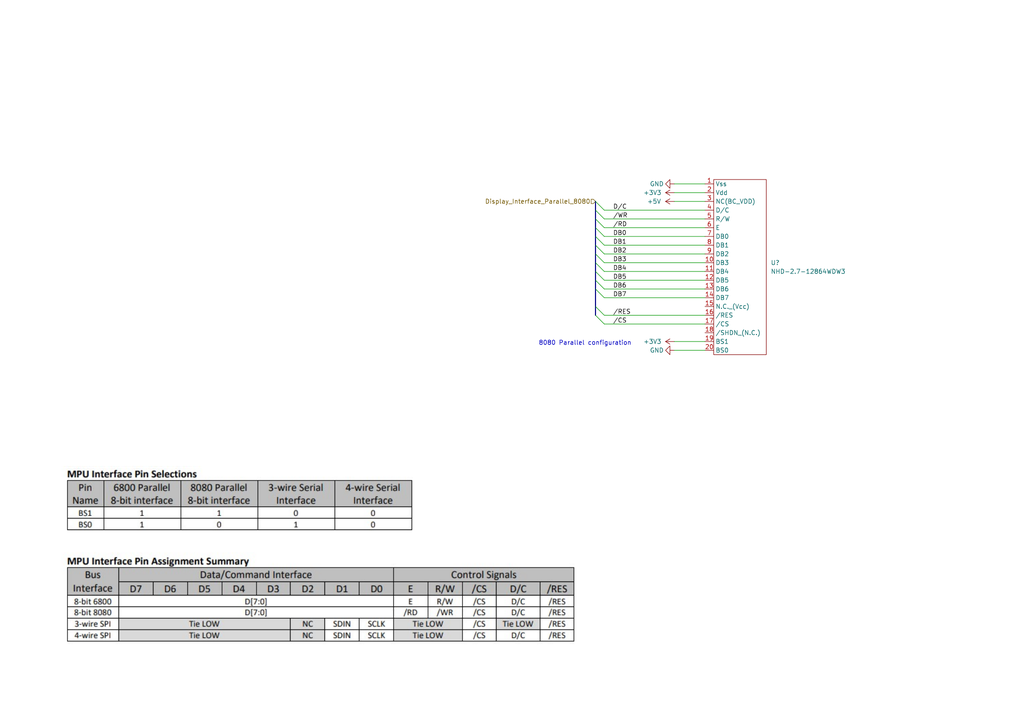
<source format=kicad_sch>
(kicad_sch (version 20211123) (generator eeschema)
  (paper "A4")
  (lib_symbols
    (symbol "keyboard_specific_parts:NHD-2.7-12864WDW3"
      (property "Reference" "U" (at 0 0 0))
      (property "Value" "NHD-2.7-12864WDW3" (at 0 0 0))
      (symbol "NHD-2.7-12864WDW3_0_1"
        (rectangle (start -2.54 -2.54) (end 12.7 -53.34))
      )
      (symbol "NHD-2.7-12864WDW3_1_1"
        (pin input line (at -5.08 -3.81 0) (length 2.54) (name "Vss") (number "1"))
        (pin input line (at -5.08 -26.67 0) (length 2.54) (name "DB3") (number "10"))
        (pin input line (at -5.08 -29.21 0) (length 2.54) (name "DB4") (number "11"))
        (pin input line (at -5.08 -31.75 0) (length 2.54) (name "DB5") (number "12"))
        (pin input line (at -5.08 -34.29 0) (length 2.54) (name "DB6") (number "13"))
        (pin input line (at -5.08 -36.83 0) (length 2.54) (name "DB7") (number "14"))
        (pin input line (at -5.08 -39.37 0) (length 2.54) (name "N.C._(Vcc)") (number "15"))
        (pin input line (at -5.08 -41.91 0) (length 2.54) (name "/RES") (number "16"))
        (pin input line (at -5.08 -44.45 0) (length 2.54) (name "/CS") (number "17"))
        (pin input line (at -5.08 -46.99 0) (length 2.54) (name "/SHDN_(N.C.)") (number "18"))
        (pin input line (at -5.08 -49.53 0) (length 2.54) (name "BS1") (number "19"))
        (pin passive line (at -5.08 -6.35 0) (length 2.54) (name "Vdd") (number "2"))
        (pin input line (at -5.08 -52.07 0) (length 2.54) (name "BS0") (number "20"))
        (pin passive line (at -5.08 -8.89 0) (length 2.54) (name "NC(BC_VDD)") (number "3"))
        (pin passive line (at -5.08 -11.43 0) (length 2.54) (name "D/C") (number "4"))
        (pin input line (at -5.08 -13.97 0) (length 2.54) (name "R/W") (number "5"))
        (pin input line (at -5.08 -16.51 0) (length 2.54) (name "E") (number "6"))
        (pin input line (at -5.08 -19.05 0) (length 2.54) (name "DB0") (number "7"))
        (pin input line (at -5.08 -21.59 0) (length 2.54) (name "DB1") (number "8"))
        (pin input line (at -5.08 -24.13 0) (length 2.54) (name "DB2") (number "9"))
      )
    )
    (symbol "power:+3V3" (power) (pin_names (offset 0))
      (property "Value" "+3V3" (at 0 3.556 0))
      (symbol "+3V3_0_1"
        (polyline (pts (xy -0.762 1.27) (xy 0 2.54)))
        (polyline (pts (xy 0 0) (xy 0 2.54)))
        (polyline (pts (xy 0 2.54) (xy 0.762 1.27)))
      )
      (symbol "+3V3_1_1"
        (pin power_in line (at 0 0 90) (length 0) hide (name "+3V3") (number "1"))
      )
    )
    (symbol "power:+5V" (power) (pin_names (offset 0))
      (property "Value" "+5V" (at 0 3.556 0))
      (symbol "+5V_0_1"
        (polyline (pts (xy -0.762 1.27) (xy 0 2.54)))
        (polyline (pts (xy 0 0) (xy 0 2.54)))
        (polyline (pts (xy 0 2.54) (xy 0.762 1.27)))
      )
      (symbol "+5V_1_1"
        (pin power_in line (at 0 0 90) (length 0) hide (name "+5V") (number "1"))
      )
    )
    (symbol "power:GND" (power) (pin_names (offset 0))
      (property "Value" "GND" (at 0 -3.81 0))
      (symbol "GND_0_1"
        (polyline (pts (xy 0 0) (xy 0 -1.27) (xy 1.27 -1.27) (xy 0 -2.54) (xy -1.27 -1.27) (xy 0 -1.27)))
      )
      (symbol "GND_1_1"
        (pin power_in line (at 0 0 270) (length 0) hide (name "GND") (number "1"))
      )
    )
  )
  (bus_entry (at 172.72 63.5) (size 2.54 2.54))
  (bus_entry (at 172.72 60.96) (size 2.54 2.54))
  (bus_entry (at 172.72 81.28) (size 2.54 2.54))
  (bus_entry (at 172.72 91.44) (size 2.54 2.54))
  (bus_entry (at 172.72 66.04) (size 2.54 2.54))
  (bus_entry (at 172.72 71.12) (size 2.54 2.54))
  (bus_entry (at 172.72 78.74) (size 2.54 2.54))
  (bus_entry (at 172.72 58.42) (size 2.54 2.54))
  (bus_entry (at 172.72 76.2) (size 2.54 2.54))
  (bus_entry (at 172.72 68.58) (size 2.54 2.54))
  (bus_entry (at 172.72 88.9) (size 2.54 2.54))
  (bus_entry (at 172.72 73.66) (size 2.54 2.54))
  (bus_entry (at 172.72 83.82) (size 2.54 2.54))
  (wire (pts (xy 175.26 91.44) (xy 204.47 91.44)))
  (wire (pts (xy 175.26 63.5) (xy 204.47 63.5)))
  (wire (pts (xy 195.58 101.6) (xy 204.47 101.6)))
  (bus (pts (xy 172.72 68.58) (xy 172.72 66.04)))
  (wire (pts (xy 195.58 99.06) (xy 204.47 99.06)))
  (bus (pts (xy 172.72 66.04) (xy 172.72 63.5)))
  (wire (pts (xy 175.26 81.28) (xy 204.47 81.28)))
  (bus (pts (xy 172.72 63.5) (xy 172.72 60.96)))
  (wire (pts (xy 195.58 55.88) (xy 204.47 55.88)))
  (wire (pts (xy 175.26 83.82) (xy 204.47 83.82)))
  (bus (pts (xy 172.72 81.28) (xy 172.72 78.74)))
  (bus (pts (xy 172.72 91.44) (xy 172.72 88.9)))
  (wire (pts (xy 175.26 78.74) (xy 204.47 78.74)))
  (bus (pts (xy 172.72 78.74) (xy 172.72 76.2)))
  (bus (pts (xy 172.72 88.9) (xy 172.72 83.82)))
  (bus (pts (xy 172.72 76.2) (xy 172.72 73.66)))
  (wire (pts (xy 175.26 68.58) (xy 204.47 68.58)))
  (bus (pts (xy 172.72 60.96) (xy 172.72 58.42)))
  (wire (pts (xy 175.26 86.36) (xy 204.47 86.36)))
  (bus (pts (xy 172.72 71.12) (xy 172.72 68.58)))
  (wire (pts (xy 175.26 76.2) (xy 204.47 76.2)))
  (wire (pts (xy 195.58 58.42) (xy 204.47 58.42)))
  (wire (pts (xy 175.26 71.12) (xy 204.47 71.12)))
  (wire (pts (xy 175.26 73.66) (xy 204.47 73.66)))
  (bus (pts (xy 172.72 73.66) (xy 172.72 71.12)))
  (bus (pts (xy 172.72 83.82) (xy 172.72 81.28)))
  (wire (pts (xy 195.58 53.34) (xy 204.47 53.34)))
  (wire (pts (xy 175.26 93.98) (xy 204.47 93.98)))
  (wire (pts (xy 175.26 60.96) (xy 204.47 60.96)))
  (wire (pts (xy 175.26 66.04) (xy 204.47 66.04)))
  (image (at 91.44 162.56) (scale 2.3132))
  (text "8080 Parallel configuration\n" (at 156.21 100.33 0) (effects (font (size 1.27 1.27)) (justify left bottom)))
  (label "DB1" (at 177.8 71.12 0))
  (label "DB4" (at 177.8 78.74 0))
  (label "DB0" (at 177.8 68.58 0))
  (label "DB3" (at 177.8 76.2 0))
  (label "DB7" (at 177.8 86.36 0))
  (label "DB2" (at 177.8 73.66 0))
  (label "D{slash}C" (at 177.8 60.96 0))
  (label "{slash}RES" (at 177.8 91.44 0))
  (label "DB5" (at 177.8 81.28 0))
  (label "{slash}CS" (at 177.8 93.98 0))
  (label "DB6" (at 177.8 83.82 0))
  (label "{slash}RD" (at 177.8 66.04 0))
  (label "{slash}WR" (at 177.8 63.5 0))
  (hierarchical_label "Display_Interface_Parallel_8080" (shape input) (at 172.72 58.42 180))
  (symbol (lib_id "power:+3V3") (at 195.58 55.88 90) (unit 1)
    (property "Reference" "#PWR?" (effects hide))
    (property "Value" "+3V3" (at 189.23 55.88 90))
  )
  (symbol (lib_id "power:+3V3") (at 195.58 99.06 90) (unit 1)
    (property "Reference" "#PWR?" (effects hide))
    (property "Value" "+3V3" (at 189.23 99.06 90))
  )
  (symbol (lib_id "power:+5V") (at 195.58 58.42 90) (unit 1)
    (property "Reference" "#PWR?" (effects hide))
    (property "Value" "+5V" (at 191.77 58.4199 90) (effects (justify left)))
  )
  (symbol (lib_id "power:GND") (at 195.58 53.34 270) (unit 1)
    (property "Reference" "#PWR?" (effects hide))
    (property "Value" "GND" (at 190.5 53.34 90))
  )
  (symbol (lib_id "keyboard_specific_parts:NHD-2.7-12864WDW3") (at 209.55 49.53 0) (unit 1)
    (property "Reference" "U?" (at 223.52 76.1999 0) (effects (justify left)))
    (property "Value" "NHD-2.7-12864WDW3" (at 223.52 78.7399 0) (effects (justify left)))
  )
  (symbol (lib_id "power:GND") (at 195.58 101.6 270) (unit 1)
    (property "Reference" "#PWR?" (effects hide))
    (property "Value" "GND" (at 190.5 101.6 90))
  )
)
</source>
